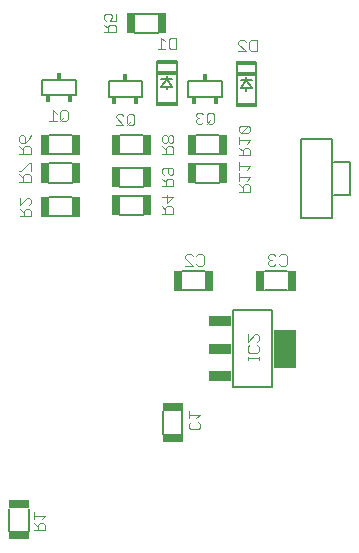
<source format=gbr>
G04 EAGLE Gerber RS-274X export*
G75*
%MOMM*%
%FSLAX34Y34*%
%LPD*%
%INSilkscreen Bottom*%
%IPPOS*%
%AMOC8*
5,1,8,0,0,1.08239X$1,22.5*%
G01*
%ADD10C,0.203200*%
%ADD11R,1.854200X3.200400*%
%ADD12R,1.854200X0.863600*%
%ADD13C,0.076200*%
%ADD14C,0.152400*%
%ADD15R,0.736600X1.752600*%
%ADD16R,1.752600X0.736600*%
%ADD17R,0.457200X0.584200*%
%ADD18C,0.127000*%
%ADD19R,1.800000X0.362500*%
%ADD20R,1.800000X0.362400*%


D10*
X399010Y577766D02*
X365990Y577766D01*
X365990Y512234D01*
X399010Y512234D01*
X399010Y577766D01*
D11*
X409805Y545000D03*
D12*
X355195Y545000D03*
X355195Y521886D03*
X355195Y568114D03*
D11*
X409805Y545000D03*
D12*
X355195Y545000D03*
X355195Y521886D03*
X355195Y568114D03*
D13*
X378466Y538261D02*
X378466Y535126D01*
X378466Y536694D02*
X387872Y536694D01*
X387872Y538261D02*
X387872Y535126D01*
X387872Y546066D02*
X386304Y547633D01*
X387872Y546066D02*
X387872Y542930D01*
X386304Y541363D01*
X380034Y541363D01*
X378466Y542930D01*
X378466Y546066D01*
X380034Y547633D01*
X378466Y550718D02*
X378466Y556989D01*
X378466Y550718D02*
X384737Y556989D01*
X386304Y556989D01*
X387872Y555421D01*
X387872Y552286D01*
X386304Y550718D01*
D14*
X342152Y594372D02*
X322975Y594372D01*
X322975Y610628D02*
X342152Y610628D01*
D15*
X345708Y602500D03*
X319292Y602500D03*
D13*
X335204Y623139D02*
X336771Y624707D01*
X339907Y624707D01*
X341474Y623139D01*
X341474Y616869D01*
X339907Y615301D01*
X336771Y615301D01*
X335204Y616869D01*
X332119Y615301D02*
X325848Y615301D01*
X332119Y615301D02*
X325848Y621572D01*
X325848Y623139D01*
X327416Y624707D01*
X330551Y624707D01*
X332119Y623139D01*
D14*
X392975Y594372D02*
X412152Y594372D01*
X412152Y610628D02*
X392975Y610628D01*
D15*
X415708Y602500D03*
X389292Y602500D03*
D13*
X405204Y623139D02*
X406771Y624707D01*
X409907Y624707D01*
X411474Y623139D01*
X411474Y616869D01*
X409907Y615301D01*
X406771Y615301D01*
X405204Y616869D01*
X402119Y623139D02*
X400551Y624707D01*
X397416Y624707D01*
X395848Y623139D01*
X395848Y621572D01*
X397416Y620004D01*
X398984Y620004D01*
X397416Y620004D02*
X395848Y618436D01*
X395848Y616869D01*
X397416Y615301D01*
X400551Y615301D01*
X402119Y616869D01*
D14*
X323128Y492152D02*
X323128Y472975D01*
X306872Y472975D02*
X306872Y492152D01*
D16*
X315000Y495708D03*
X315000Y469292D03*
D13*
X336639Y482797D02*
X338207Y481229D01*
X338207Y478093D01*
X336639Y476526D01*
X330369Y476526D01*
X328801Y478093D01*
X328801Y481229D01*
X330369Y482797D01*
X335072Y485881D02*
X338207Y489016D01*
X328801Y489016D01*
X328801Y485881D02*
X328801Y492152D01*
D14*
X176872Y409525D02*
X176872Y390348D01*
X193128Y390348D02*
X193128Y409525D01*
D16*
X185000Y386792D03*
X185000Y413208D03*
D13*
X197801Y391026D02*
X207207Y391026D01*
X207207Y395729D01*
X205639Y397297D01*
X202504Y397297D01*
X200936Y395729D01*
X200936Y391026D01*
X200936Y394161D02*
X197801Y397297D01*
X204072Y400381D02*
X207207Y403516D01*
X197801Y403516D01*
X197801Y400381D02*
X197801Y406652D01*
D14*
X210475Y656872D02*
X229652Y656872D01*
X229652Y673128D02*
X210475Y673128D01*
D15*
X233208Y665000D03*
X206792Y665000D03*
D13*
X195207Y657026D02*
X185801Y657026D01*
X195207Y657026D02*
X195207Y661729D01*
X193639Y663297D01*
X190504Y663297D01*
X188936Y661729D01*
X188936Y657026D01*
X188936Y660161D02*
X185801Y663297D01*
X185801Y666381D02*
X185801Y672652D01*
X185801Y666381D02*
X192072Y672652D01*
X193639Y672652D01*
X195207Y671084D01*
X195207Y667949D01*
X193639Y666381D01*
D14*
X270475Y658056D02*
X289652Y658056D01*
X289652Y674312D02*
X270475Y674312D01*
D15*
X293208Y666184D03*
X266792Y666184D03*
D13*
X305801Y659210D02*
X315207Y659210D01*
X315207Y663913D01*
X313639Y665480D01*
X310504Y665480D01*
X308936Y663913D01*
X308936Y659210D01*
X308936Y662345D02*
X305801Y665480D01*
X305801Y673268D02*
X315207Y673268D01*
X310504Y668565D01*
X310504Y674836D01*
D14*
X302525Y828628D02*
X283348Y828628D01*
X283348Y812372D02*
X302525Y812372D01*
D15*
X279792Y820500D03*
X306208Y820500D03*
D13*
X266707Y813026D02*
X257301Y813026D01*
X266707Y813026D02*
X266707Y817729D01*
X265139Y819297D01*
X262004Y819297D01*
X260436Y817729D01*
X260436Y813026D01*
X260436Y816161D02*
X257301Y819297D01*
X266707Y822381D02*
X266707Y828652D01*
X266707Y822381D02*
X262004Y822381D01*
X263572Y825516D01*
X263572Y827084D01*
X262004Y828652D01*
X258869Y828652D01*
X257301Y827084D01*
X257301Y823949D01*
X258869Y822381D01*
D14*
X204460Y772788D02*
X204460Y759580D01*
X232908Y759580D01*
X232908Y772788D01*
X204460Y772788D01*
D17*
X218684Y776217D03*
X209286Y756151D03*
X228082Y756151D03*
D13*
X226353Y745453D02*
X226353Y739182D01*
X226353Y745453D02*
X224785Y747021D01*
X221650Y747021D01*
X220082Y745453D01*
X220082Y739182D01*
X221650Y737615D01*
X224785Y737615D01*
X226353Y739182D01*
X223217Y740750D02*
X220082Y737615D01*
X216998Y743886D02*
X213862Y747021D01*
X213862Y737615D01*
X210727Y737615D02*
X216998Y737615D01*
D14*
X210475Y709372D02*
X229652Y709372D01*
X229652Y725628D02*
X210475Y725628D01*
D15*
X233208Y717500D03*
X206792Y717500D03*
D13*
X194707Y710026D02*
X185301Y710026D01*
X194707Y710026D02*
X194707Y714729D01*
X193139Y716297D01*
X190004Y716297D01*
X188436Y714729D01*
X188436Y710026D01*
X188436Y713161D02*
X185301Y716297D01*
X193139Y722516D02*
X194707Y725652D01*
X193139Y722516D02*
X190004Y719381D01*
X186869Y719381D01*
X185301Y720949D01*
X185301Y724084D01*
X186869Y725652D01*
X188436Y725652D01*
X190004Y724084D01*
X190004Y719381D01*
D14*
X210348Y701812D02*
X229525Y701812D01*
X229525Y685556D02*
X210348Y685556D01*
D15*
X206792Y693684D03*
X233208Y693684D03*
D13*
X194707Y686210D02*
X185301Y686210D01*
X194707Y686210D02*
X194707Y690913D01*
X193139Y692480D01*
X190004Y692480D01*
X188436Y690913D01*
X188436Y686210D01*
X188436Y689345D02*
X185301Y692480D01*
X194707Y695565D02*
X194707Y701835D01*
X193139Y701835D01*
X186869Y695565D01*
X185301Y695565D01*
D14*
X260776Y758396D02*
X260776Y771604D01*
X260776Y758396D02*
X289224Y758396D01*
X289224Y771604D01*
X260776Y771604D01*
D17*
X275000Y775033D03*
X265602Y754967D03*
X284398Y754967D03*
D13*
X282669Y742269D02*
X282669Y735999D01*
X282669Y742269D02*
X281101Y743837D01*
X277966Y743837D01*
X276398Y742269D01*
X276398Y735999D01*
X277966Y734431D01*
X281101Y734431D01*
X282669Y735999D01*
X279534Y737566D02*
X276398Y734431D01*
X273314Y734431D02*
X267043Y734431D01*
X273314Y734431D02*
X267043Y740702D01*
X267043Y742269D01*
X268611Y743837D01*
X271746Y743837D01*
X273314Y742269D01*
D14*
X270475Y709372D02*
X289652Y709372D01*
X289652Y725628D02*
X270475Y725628D01*
D15*
X293208Y717500D03*
X266792Y717500D03*
D13*
X306301Y710026D02*
X315707Y710026D01*
X315707Y714729D01*
X314139Y716297D01*
X311004Y716297D01*
X309436Y714729D01*
X309436Y710026D01*
X309436Y713161D02*
X306301Y716297D01*
X314139Y719381D02*
X315707Y720949D01*
X315707Y724084D01*
X314139Y725652D01*
X312572Y725652D01*
X311004Y724084D01*
X309436Y725652D01*
X307869Y725652D01*
X306301Y724084D01*
X306301Y720949D01*
X307869Y719381D01*
X309436Y719381D01*
X311004Y720949D01*
X312572Y719381D01*
X314139Y719381D01*
X311004Y720949D02*
X311004Y724084D01*
D14*
X289525Y698260D02*
X270348Y698260D01*
X270348Y682004D02*
X289525Y682004D01*
D15*
X266792Y690132D03*
X293208Y690132D03*
D13*
X306301Y682658D02*
X315707Y682658D01*
X315707Y687361D01*
X314139Y688929D01*
X311004Y688929D01*
X309436Y687361D01*
X309436Y682658D01*
X309436Y685794D02*
X306301Y688929D01*
X307869Y692013D02*
X306301Y693581D01*
X306301Y696716D01*
X307869Y698284D01*
X314139Y698284D01*
X315707Y696716D01*
X315707Y693581D01*
X314139Y692013D01*
X312572Y692013D01*
X311004Y693581D01*
X311004Y698284D01*
D14*
X328276Y758396D02*
X328276Y771604D01*
X328276Y758396D02*
X356724Y758396D01*
X356724Y771604D01*
X328276Y771604D01*
D17*
X342500Y775033D03*
X333102Y754967D03*
X351898Y754967D03*
D13*
X350169Y743269D02*
X350169Y736999D01*
X350169Y743269D02*
X348601Y744837D01*
X345466Y744837D01*
X343898Y743269D01*
X343898Y736999D01*
X345466Y735431D01*
X348601Y735431D01*
X350169Y736999D01*
X347034Y738566D02*
X343898Y735431D01*
X340814Y743269D02*
X339246Y744837D01*
X336111Y744837D01*
X334543Y743269D01*
X334543Y741702D01*
X336111Y740134D01*
X337678Y740134D01*
X336111Y740134D02*
X334543Y738566D01*
X334543Y736999D01*
X336111Y735431D01*
X339246Y735431D01*
X340814Y736999D01*
D14*
X334975Y709372D02*
X354152Y709372D01*
X354152Y725628D02*
X334975Y725628D01*
D15*
X357708Y717500D03*
X331292Y717500D03*
D13*
X371301Y708848D02*
X380707Y708848D01*
X380707Y713551D01*
X379139Y715119D01*
X376004Y715119D01*
X374436Y713551D01*
X374436Y708848D01*
X374436Y711984D02*
X371301Y715119D01*
X377572Y718203D02*
X380707Y721339D01*
X371301Y721339D01*
X371301Y724474D02*
X371301Y718203D01*
X372869Y727559D02*
X379139Y727559D01*
X380707Y729126D01*
X380707Y732262D01*
X379139Y733829D01*
X372869Y733829D01*
X371301Y732262D01*
X371301Y729126D01*
X372869Y727559D01*
X379139Y733829D01*
D14*
X354025Y701628D02*
X334848Y701628D01*
X334848Y685372D02*
X354025Y685372D01*
D15*
X331292Y693500D03*
X357708Y693500D03*
D13*
X371301Y677848D02*
X380707Y677848D01*
X380707Y682551D01*
X379139Y684119D01*
X376004Y684119D01*
X374436Y682551D01*
X374436Y677848D01*
X374436Y680984D02*
X371301Y684119D01*
X377572Y687203D02*
X380707Y690339D01*
X371301Y690339D01*
X371301Y693474D02*
X371301Y687203D01*
X377572Y696559D02*
X380707Y699694D01*
X371301Y699694D01*
X371301Y696559D02*
X371301Y702829D01*
D18*
X301650Y751275D02*
X301650Y788725D01*
X318350Y788725D02*
X318350Y751275D01*
X314763Y766825D02*
X310000Y773175D01*
X310000Y766825D02*
X314763Y766825D01*
X310000Y766825D02*
X305237Y766825D01*
X310000Y773175D01*
X314763Y773175D01*
X310000Y773175D02*
X305237Y773175D01*
X310000Y766825D02*
X310000Y764387D01*
X310000Y773175D02*
X310000Y775613D01*
D19*
X310000Y787688D03*
X310000Y752313D03*
D20*
X310000Y778437D03*
D13*
X317849Y798791D02*
X317849Y808197D01*
X317849Y798791D02*
X313146Y798791D01*
X311579Y800359D01*
X311579Y806629D01*
X313146Y808197D01*
X317849Y808197D01*
X308494Y805062D02*
X305359Y808197D01*
X305359Y798791D01*
X308494Y798791D02*
X302224Y798791D01*
D18*
X369150Y787674D02*
X369150Y750224D01*
X385850Y750224D02*
X385850Y787674D01*
X377500Y772124D02*
X382263Y765774D01*
X377500Y765774D01*
X372737Y765774D01*
X377500Y772124D01*
X382263Y772124D01*
X377500Y772124D02*
X372737Y772124D01*
X377500Y765774D02*
X377500Y763336D01*
X377500Y772124D02*
X377500Y774562D01*
D19*
X377500Y786636D03*
X377500Y751261D03*
D20*
X377500Y777386D03*
D13*
X386349Y796740D02*
X386349Y806146D01*
X386349Y796740D02*
X381646Y796740D01*
X380079Y798307D01*
X380079Y804578D01*
X381646Y806146D01*
X386349Y806146D01*
X376994Y796740D02*
X370724Y796740D01*
X376994Y796740D02*
X370724Y803010D01*
X370724Y804578D01*
X372291Y806146D01*
X375427Y806146D01*
X376994Y804578D01*
D10*
X424000Y722500D02*
X450000Y722500D01*
X450000Y655500D01*
X424000Y655500D01*
X424000Y722500D01*
D18*
X452000Y675000D02*
X465000Y675000D01*
X465000Y703000D01*
X452000Y703000D01*
M02*

</source>
